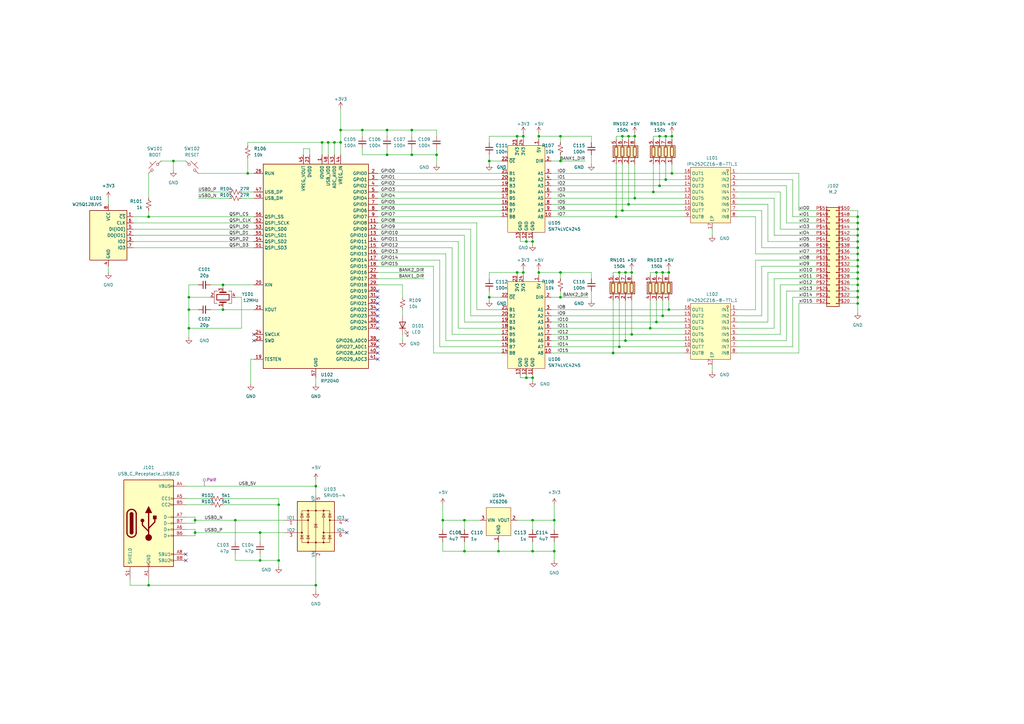
<source format=kicad_sch>
(kicad_sch (version 20230121) (generator eeschema)
  (paper "A3")
  (junction (at 214.63 55.88))
  (junction (at 190.5 213.36))
  (junction (at 139.7 58.42))
  (junction (at 134.62 58.42))
  (junction (at 227.33 226.06))
  (junction (at 60.96 240.03))
  (junction (at 351.79 119.38))
  (junction (at 351.79 101.6))
  (junction (at 256.54 111.76))
  (junction (at 200.66 66.04))
  (junction (at 254 142.24))
  (junction (at 190.5 226.06))
  (junction (at 351.79 99.06))
  (junction (at 351.79 124.46))
  (junction (at 351.79 121.92))
  (junction (at 91.44 127))
  (junction (at 351.79 111.76))
  (junction (at 273.05 73.66))
  (junction (at 80.01 213.36))
  (junction (at 257.81 83.82))
  (junction (at 229.87 111.76))
  (junction (at 212.09 111.76))
  (junction (at 269.24 132.08))
  (junction (at 269.24 111.76))
  (junction (at 259.08 137.16))
  (junction (at 77.47 127))
  (junction (at 106.68 229.87))
  (junction (at 114.3 229.87))
  (junction (at 260.35 55.88))
  (junction (at 260.35 81.28))
  (junction (at 271.78 129.54))
  (junction (at 129.54 199.39))
  (junction (at 351.79 116.84))
  (junction (at 274.32 127))
  (junction (at 351.79 91.44))
  (junction (at 114.3 207.01))
  (junction (at 218.44 226.06))
  (junction (at 274.32 111.76))
  (junction (at 200.66 121.92))
  (junction (at 270.51 76.2))
  (junction (at 220.98 55.88))
  (junction (at 275.59 55.88))
  (junction (at 218.44 99.06))
  (junction (at 266.7 134.62))
  (junction (at 204.47 226.06))
  (junction (at 271.78 111.76))
  (junction (at 129.54 240.03))
  (junction (at 181.61 213.36))
  (junction (at 212.09 55.88))
  (junction (at 229.87 66.04))
  (junction (at 60.96 88.9))
  (junction (at 179.07 63.5))
  (junction (at 351.79 114.3))
  (junction (at 351.79 104.14))
  (junction (at 255.27 55.88))
  (junction (at 255.27 86.36))
  (junction (at 132.08 58.42))
  (junction (at 101.6 71.12))
  (junction (at 229.87 121.92))
  (junction (at 267.97 78.74))
  (junction (at 257.81 55.88))
  (junction (at 259.08 111.76))
  (junction (at 214.63 111.76))
  (junction (at 215.9 99.06))
  (junction (at 215.9 154.94))
  (junction (at 351.79 106.68))
  (junction (at 168.91 53.34))
  (junction (at 218.44 154.94))
  (junction (at 96.52 213.36))
  (junction (at 148.59 53.34))
  (junction (at 71.12 66.04))
  (junction (at 106.68 218.44))
  (junction (at 229.87 55.88))
  (junction (at 80.01 218.44))
  (junction (at 351.79 96.52))
  (junction (at 351.79 109.22))
  (junction (at 254 111.76))
  (junction (at 270.51 55.88))
  (junction (at 218.44 213.36))
  (junction (at 251.46 144.78))
  (junction (at 256.54 139.7))
  (junction (at 227.33 213.36))
  (junction (at 158.75 63.5))
  (junction (at 351.79 88.9))
  (junction (at 220.98 111.76))
  (junction (at 168.91 63.5))
  (junction (at 77.47 121.92))
  (junction (at 275.59 71.12))
  (junction (at 351.79 93.98))
  (junction (at 158.75 53.34))
  (junction (at 139.7 53.34))
  (junction (at 91.44 116.84))
  (junction (at 137.16 58.42))
  (junction (at 273.05 55.88))
  (junction (at 77.47 134.62))
  (junction (at 252.73 88.9))
  (no_connect (at 154.94 127))
  (no_connect (at 154.94 134.62))
  (no_connect (at 154.94 121.92))
  (no_connect (at 154.94 132.08))
  (no_connect (at 154.94 119.38))
  (no_connect (at 142.24 218.44))
  (no_connect (at 142.24 213.36))
  (no_connect (at 104.14 137.16))
  (no_connect (at 154.94 124.46))
  (no_connect (at 76.2 227.33))
  (no_connect (at 154.94 144.78))
  (no_connect (at 154.94 129.54))
  (no_connect (at 104.14 139.7))
  (no_connect (at 154.94 147.32))
  (no_connect (at 154.94 142.24))
  (no_connect (at 76.2 229.87))
  (no_connect (at 154.94 139.7))
  (wire (pts (xy 271.78 123.19) (xy 271.78 129.54)))
  (wire (pts (xy 104.14 147.32) (xy 102.87 147.32)))
  (wire (pts (xy 257.81 67.31) (xy 257.81 83.82)))
  (wire (pts (xy 325.12 121.92) (xy 335.28 121.92)))
  (wire (pts (xy 91.44 116.84) (xy 91.44 118.11)))
  (wire (pts (xy 271.78 111.76) (xy 274.32 111.76)))
  (wire (pts (xy 190.5 132.08) (xy 205.74 132.08)))
  (wire (pts (xy 252.73 57.15) (xy 252.73 55.88)))
  (wire (pts (xy 80.01 219.71) (xy 76.2 219.71)))
  (wire (pts (xy 129.54 240.03) (xy 129.54 228.6)))
  (wire (pts (xy 114.3 204.47) (xy 114.3 207.01)))
  (wire (pts (xy 347.98 93.98) (xy 351.79 93.98)))
  (wire (pts (xy 270.51 55.88) (xy 273.05 55.88)))
  (wire (pts (xy 212.09 111.76) (xy 200.66 111.76)))
  (wire (pts (xy 154.94 81.28) (xy 205.74 81.28)))
  (wire (pts (xy 200.66 111.76) (xy 200.66 114.3)))
  (wire (pts (xy 106.68 227.33) (xy 106.68 229.87)))
  (wire (pts (xy 114.3 229.87) (xy 114.3 232.41)))
  (wire (pts (xy 226.06 66.04) (xy 229.87 66.04)))
  (wire (pts (xy 190.5 226.06) (xy 204.47 226.06)))
  (wire (pts (xy 154.94 88.9) (xy 205.74 88.9)))
  (wire (pts (xy 181.61 222.25) (xy 181.61 226.06)))
  (wire (pts (xy 154.94 104.14) (xy 182.88 104.14)))
  (wire (pts (xy 275.59 55.88) (xy 275.59 57.15)))
  (wire (pts (xy 76.2 199.39) (xy 129.54 199.39)))
  (wire (pts (xy 259.08 123.19) (xy 259.08 137.16)))
  (wire (pts (xy 213.36 154.94) (xy 215.9 154.94)))
  (wire (pts (xy 274.32 127) (xy 280.67 127)))
  (wire (pts (xy 317.5 81.28) (xy 317.5 96.52)))
  (wire (pts (xy 76.2 207.01) (xy 86.36 207.01)))
  (wire (pts (xy 129.54 240.03) (xy 129.54 242.57)))
  (wire (pts (xy 154.94 114.3) (xy 173.99 114.3)))
  (wire (pts (xy 302.26 83.82) (xy 314.96 83.82)))
  (wire (pts (xy 347.98 121.92) (xy 351.79 121.92)))
  (wire (pts (xy 254 142.24) (xy 280.67 142.24)))
  (wire (pts (xy 302.26 142.24) (xy 325.12 142.24)))
  (wire (pts (xy 54.61 99.06) (xy 104.14 99.06)))
  (wire (pts (xy 260.35 54.61) (xy 260.35 55.88)))
  (wire (pts (xy 114.3 207.01) (xy 114.3 229.87)))
  (wire (pts (xy 275.59 71.12) (xy 280.67 71.12)))
  (wire (pts (xy 347.98 116.84) (xy 351.79 116.84)))
  (wire (pts (xy 81.28 71.12) (xy 101.6 71.12)))
  (wire (pts (xy 158.75 53.34) (xy 158.75 55.88)))
  (wire (pts (xy 137.16 58.42) (xy 139.7 58.42)))
  (wire (pts (xy 309.88 88.9) (xy 309.88 104.14)))
  (wire (pts (xy 137.16 58.42) (xy 137.16 63.5)))
  (wire (pts (xy 77.47 116.84) (xy 77.47 121.92)))
  (wire (pts (xy 212.09 55.88) (xy 200.66 55.88)))
  (wire (pts (xy 158.75 60.96) (xy 158.75 63.5)))
  (wire (pts (xy 229.87 114.3) (xy 229.87 111.76)))
  (wire (pts (xy 227.33 226.06) (xy 227.33 229.87)))
  (wire (pts (xy 165.1 116.84) (xy 165.1 121.92)))
  (wire (pts (xy 101.6 58.42) (xy 132.08 58.42)))
  (wire (pts (xy 205.74 121.92) (xy 200.66 121.92)))
  (wire (pts (xy 213.36 153.67) (xy 213.36 154.94)))
  (wire (pts (xy 180.34 142.24) (xy 205.74 142.24)))
  (wire (pts (xy 266.7 113.03) (xy 266.7 111.76)))
  (wire (pts (xy 255.27 55.88) (xy 257.81 55.88)))
  (wire (pts (xy 96.52 229.87) (xy 106.68 229.87)))
  (wire (pts (xy 266.7 123.19) (xy 266.7 134.62)))
  (wire (pts (xy 80.01 214.63) (xy 76.2 214.63)))
  (wire (pts (xy 260.35 55.88) (xy 260.35 57.15)))
  (wire (pts (xy 309.88 106.68) (xy 335.28 106.68)))
  (wire (pts (xy 256.54 111.76) (xy 256.54 113.03)))
  (wire (pts (xy 187.96 99.06) (xy 187.96 134.62)))
  (wire (pts (xy 218.44 154.94) (xy 218.44 156.21)))
  (wire (pts (xy 271.78 129.54) (xy 280.67 129.54)))
  (wire (pts (xy 226.06 139.7) (xy 256.54 139.7)))
  (wire (pts (xy 91.44 127) (xy 91.44 125.73)))
  (wire (pts (xy 302.26 73.66) (xy 325.12 73.66)))
  (wire (pts (xy 227.33 222.25) (xy 227.33 226.06)))
  (wire (pts (xy 76.2 204.47) (xy 86.36 204.47)))
  (wire (pts (xy 165.1 127) (xy 165.1 129.54)))
  (wire (pts (xy 154.94 109.22) (xy 177.8 109.22)))
  (wire (pts (xy 154.94 106.68) (xy 180.34 106.68)))
  (wire (pts (xy 60.96 86.36) (xy 60.96 88.9)))
  (wire (pts (xy 257.81 55.88) (xy 260.35 55.88)))
  (wire (pts (xy 218.44 99.06) (xy 218.44 100.33)))
  (wire (pts (xy 218.44 222.25) (xy 218.44 226.06)))
  (wire (pts (xy 148.59 60.96) (xy 148.59 63.5)))
  (wire (pts (xy 347.98 91.44) (xy 351.79 91.44)))
  (wire (pts (xy 274.32 110.49) (xy 274.32 111.76)))
  (wire (pts (xy 252.73 55.88) (xy 255.27 55.88)))
  (wire (pts (xy 218.44 153.67) (xy 218.44 154.94)))
  (wire (pts (xy 229.87 66.04) (xy 229.87 63.5)))
  (wire (pts (xy 129.54 199.39) (xy 129.54 196.85)))
  (wire (pts (xy 80.01 218.44) (xy 106.68 218.44)))
  (wire (pts (xy 220.98 111.76) (xy 229.87 111.76)))
  (wire (pts (xy 325.12 88.9) (xy 335.28 88.9)))
  (wire (pts (xy 71.12 66.04) (xy 76.2 66.04)))
  (wire (pts (xy 327.66 71.12) (xy 327.66 86.36)))
  (wire (pts (xy 177.8 144.78) (xy 205.74 144.78)))
  (wire (pts (xy 154.94 91.44) (xy 195.58 91.44)))
  (wire (pts (xy 269.24 132.08) (xy 280.67 132.08)))
  (wire (pts (xy 302.26 76.2) (xy 322.58 76.2)))
  (wire (pts (xy 154.94 101.6) (xy 185.42 101.6)))
  (wire (pts (xy 327.66 144.78) (xy 327.66 124.46)))
  (wire (pts (xy 312.42 86.36) (xy 312.42 101.6)))
  (wire (pts (xy 190.5 213.36) (xy 190.5 217.17)))
  (wire (pts (xy 91.44 116.84) (xy 86.36 116.84)))
  (wire (pts (xy 127 60.96) (xy 127 63.5)))
  (wire (pts (xy 106.68 218.44) (xy 116.84 218.44)))
  (wire (pts (xy 124.46 63.5) (xy 124.46 60.96)))
  (wire (pts (xy 129.54 154.94) (xy 129.54 157.48)))
  (wire (pts (xy 267.97 55.88) (xy 270.51 55.88)))
  (wire (pts (xy 255.27 67.31) (xy 255.27 86.36)))
  (wire (pts (xy 271.78 111.76) (xy 271.78 113.03)))
  (wire (pts (xy 320.04 116.84) (xy 320.04 137.16)))
  (wire (pts (xy 53.34 237.49) (xy 53.34 240.03)))
  (wire (pts (xy 302.26 71.12) (xy 327.66 71.12)))
  (wire (pts (xy 351.79 109.22) (xy 351.79 111.76)))
  (wire (pts (xy 252.73 67.31) (xy 252.73 88.9)))
  (wire (pts (xy 227.33 207.01) (xy 227.33 213.36)))
  (wire (pts (xy 132.08 58.42) (xy 132.08 63.5)))
  (wire (pts (xy 351.79 96.52) (xy 351.79 99.06)))
  (wire (pts (xy 148.59 53.34) (xy 158.75 53.34)))
  (wire (pts (xy 81.28 78.74) (xy 93.98 78.74)))
  (wire (pts (xy 351.79 119.38) (xy 351.79 121.92)))
  (wire (pts (xy 179.07 63.5) (xy 179.07 67.31)))
  (wire (pts (xy 154.94 78.74) (xy 205.74 78.74)))
  (wire (pts (xy 347.98 104.14) (xy 351.79 104.14)))
  (wire (pts (xy 227.33 213.36) (xy 227.33 217.17)))
  (wire (pts (xy 302.26 78.74) (xy 320.04 78.74)))
  (wire (pts (xy 168.91 53.34) (xy 168.91 55.88)))
  (wire (pts (xy 351.79 88.9) (xy 351.79 91.44)))
  (wire (pts (xy 60.96 88.9) (xy 104.14 88.9)))
  (wire (pts (xy 204.47 222.25) (xy 204.47 226.06)))
  (wire (pts (xy 193.04 93.98) (xy 193.04 129.54)))
  (wire (pts (xy 260.35 81.28) (xy 280.67 81.28)))
  (wire (pts (xy 255.27 86.36) (xy 280.67 86.36)))
  (wire (pts (xy 99.06 81.28) (xy 104.14 81.28)))
  (wire (pts (xy 267.97 67.31) (xy 267.97 78.74)))
  (wire (pts (xy 99.06 134.62) (xy 77.47 134.62)))
  (wire (pts (xy 168.91 63.5) (xy 179.07 63.5)))
  (wire (pts (xy 351.79 91.44) (xy 351.79 93.98)))
  (wire (pts (xy 80.01 213.36) (xy 96.52 213.36)))
  (wire (pts (xy 132.08 58.42) (xy 134.62 58.42)))
  (wire (pts (xy 257.81 83.82) (xy 280.67 83.82)))
  (wire (pts (xy 60.96 71.12) (xy 60.96 81.28)))
  (wire (pts (xy 242.57 119.38) (xy 242.57 123.19)))
  (wire (pts (xy 200.66 63.5) (xy 200.66 66.04)))
  (wire (pts (xy 154.94 71.12) (xy 205.74 71.12)))
  (wire (pts (xy 154.94 96.52) (xy 190.5 96.52)))
  (wire (pts (xy 205.74 66.04) (xy 200.66 66.04)))
  (wire (pts (xy 101.6 71.12) (xy 101.6 64.77)))
  (wire (pts (xy 154.94 99.06) (xy 187.96 99.06)))
  (wire (pts (xy 325.12 121.92) (xy 325.12 142.24)))
  (wire (pts (xy 214.63 55.88) (xy 212.09 55.88)))
  (wire (pts (xy 252.73 88.9) (xy 280.67 88.9)))
  (wire (pts (xy 154.94 86.36) (xy 205.74 86.36)))
  (wire (pts (xy 86.36 127) (xy 91.44 127)))
  (wire (pts (xy 220.98 111.76) (xy 220.98 113.03)))
  (wire (pts (xy 314.96 111.76) (xy 335.28 111.76)))
  (wire (pts (xy 54.61 96.52) (xy 104.14 96.52)))
  (wire (pts (xy 177.8 144.78) (xy 177.8 109.22)))
  (wire (pts (xy 129.54 199.39) (xy 129.54 203.2)))
  (wire (pts (xy 302.26 134.62) (xy 317.5 134.62)))
  (wire (pts (xy 259.08 137.16) (xy 280.67 137.16)))
  (wire (pts (xy 101.6 59.69) (xy 101.6 58.42)))
  (wire (pts (xy 269.24 111.76) (xy 271.78 111.76)))
  (wire (pts (xy 77.47 127) (xy 77.47 134.62)))
  (wire (pts (xy 292.1 149.86) (xy 292.1 152.4)))
  (wire (pts (xy 81.28 81.28) (xy 93.98 81.28)))
  (wire (pts (xy 273.05 73.66) (xy 280.67 73.66)))
  (wire (pts (xy 139.7 53.34) (xy 148.59 53.34)))
  (wire (pts (xy 257.81 55.88) (xy 257.81 57.15)))
  (wire (pts (xy 148.59 63.5) (xy 158.75 63.5)))
  (wire (pts (xy 327.66 124.46) (xy 335.28 124.46)))
  (wire (pts (xy 77.47 134.62) (xy 77.47 138.43)))
  (wire (pts (xy 81.28 116.84) (xy 77.47 116.84)))
  (wire (pts (xy 86.36 121.92) (xy 77.47 121.92)))
  (wire (pts (xy 227.33 226.06) (xy 218.44 226.06)))
  (wire (pts (xy 220.98 110.49) (xy 220.98 111.76)))
  (wire (pts (xy 214.63 111.76) (xy 212.09 111.76)))
  (wire (pts (xy 99.06 121.92) (xy 99.06 134.62)))
  (wire (pts (xy 215.9 97.79) (xy 215.9 99.06)))
  (wire (pts (xy 302.26 132.08) (xy 314.96 132.08)))
  (wire (pts (xy 312.42 129.54) (xy 312.42 109.22)))
  (wire (pts (xy 302.26 139.7) (xy 322.58 139.7)))
  (wire (pts (xy 200.66 119.38) (xy 200.66 121.92)))
  (wire (pts (xy 218.44 97.79) (xy 218.44 99.06)))
  (wire (pts (xy 267.97 78.74) (xy 280.67 78.74)))
  (wire (pts (xy 200.66 66.04) (xy 200.66 67.31)))
  (wire (pts (xy 347.98 109.22) (xy 351.79 109.22)))
  (wire (pts (xy 54.61 88.9) (xy 60.96 88.9)))
  (wire (pts (xy 214.63 111.76) (xy 214.63 113.03)))
  (wire (pts (xy 195.58 127) (xy 205.74 127)))
  (wire (pts (xy 347.98 99.06) (xy 351.79 99.06)))
  (wire (pts (xy 158.75 63.5) (xy 168.91 63.5)))
  (wire (pts (xy 292.1 93.98) (xy 292.1 96.52)))
  (wire (pts (xy 226.06 88.9) (xy 252.73 88.9)))
  (wire (pts (xy 104.14 127) (xy 91.44 127)))
  (wire (pts (xy 256.54 123.19) (xy 256.54 139.7)))
  (wire (pts (xy 226.06 137.16) (xy 259.08 137.16)))
  (wire (pts (xy 91.44 204.47) (xy 114.3 204.47)))
  (wire (pts (xy 154.94 73.66) (xy 205.74 73.66)))
  (wire (pts (xy 322.58 76.2) (xy 322.58 91.44)))
  (wire (pts (xy 212.09 55.88) (xy 212.09 57.15)))
  (wire (pts (xy 185.42 101.6) (xy 185.42 137.16)))
  (wire (pts (xy 220.98 55.88) (xy 220.98 57.15)))
  (wire (pts (xy 226.06 76.2) (xy 270.51 76.2)))
  (wire (pts (xy 322.58 91.44) (xy 335.28 91.44)))
  (wire (pts (xy 251.46 144.78) (xy 280.67 144.78)))
  (wire (pts (xy 60.96 237.49) (xy 60.96 240.03)))
  (wire (pts (xy 190.5 222.25) (xy 190.5 226.06)))
  (wire (pts (xy 314.96 83.82) (xy 314.96 99.06)))
  (wire (pts (xy 158.75 53.34) (xy 168.91 53.34)))
  (wire (pts (xy 302.26 144.78) (xy 327.66 144.78)))
  (wire (pts (xy 269.24 123.19) (xy 269.24 132.08)))
  (wire (pts (xy 182.88 139.7) (xy 182.88 104.14)))
  (wire (pts (xy 347.98 86.36) (xy 351.79 86.36)))
  (wire (pts (xy 266.7 111.76) (xy 269.24 111.76)))
  (wire (pts (xy 347.98 88.9) (xy 351.79 88.9)))
  (wire (pts (xy 196.85 213.36) (xy 190.5 213.36)))
  (wire (pts (xy 226.06 121.92) (xy 229.87 121.92)))
  (wire (pts (xy 54.61 91.44) (xy 104.14 91.44)))
  (wire (pts (xy 134.62 58.42) (xy 134.62 63.5)))
  (wire (pts (xy 259.08 111.76) (xy 259.08 113.03)))
  (wire (pts (xy 254 111.76) (xy 256.54 111.76)))
  (wire (pts (xy 80.01 213.36) (xy 80.01 214.63)))
  (wire (pts (xy 139.7 44.45) (xy 139.7 53.34)))
  (wire (pts (xy 44.45 81.28) (xy 44.45 83.82)))
  (wire (pts (xy 226.06 83.82) (xy 257.81 83.82)))
  (wire (pts (xy 213.36 99.06) (xy 215.9 99.06)))
  (wire (pts (xy 302.26 137.16) (xy 320.04 137.16)))
  (wire (pts (xy 180.34 106.68) (xy 180.34 142.24)))
  (wire (pts (xy 134.62 58.42) (xy 137.16 58.42)))
  (wire (pts (xy 124.46 60.96) (xy 127 60.96)))
  (wire (pts (xy 71.12 66.04) (xy 71.12 69.85)))
  (wire (pts (xy 179.07 53.34) (xy 179.07 55.88)))
  (wire (pts (xy 275.59 54.61) (xy 275.59 55.88)))
  (wire (pts (xy 214.63 55.88) (xy 214.63 57.15)))
  (wire (pts (xy 218.44 213.36) (xy 227.33 213.36)))
  (wire (pts (xy 80.01 217.17) (xy 80.01 218.44)))
  (wire (pts (xy 96.52 213.36) (xy 116.84 213.36)))
  (wire (pts (xy 106.68 229.87) (xy 114.3 229.87)))
  (wire (pts (xy 106.68 218.44) (xy 106.68 222.25)))
  (wire (pts (xy 270.51 76.2) (xy 280.67 76.2)))
  (wire (pts (xy 226.06 144.78) (xy 251.46 144.78)))
  (wire (pts (xy 96.52 227.33) (xy 96.52 229.87)))
  (wire (pts (xy 44.45 109.22) (xy 44.45 111.76)))
  (wire (pts (xy 139.7 58.42) (xy 139.7 63.5)))
  (wire (pts (xy 215.9 99.06) (xy 218.44 99.06)))
  (wire (pts (xy 302.26 127) (xy 309.88 127)))
  (wire (pts (xy 309.88 106.68) (xy 309.88 127)))
  (wire (pts (xy 267.97 57.15) (xy 267.97 55.88)))
  (wire (pts (xy 76.2 212.09) (xy 80.01 212.09)))
  (wire (pts (xy 317.5 96.52) (xy 335.28 96.52)))
  (wire (pts (xy 181.61 213.36) (xy 181.61 217.17)))
  (wire (pts (xy 165.1 137.16) (xy 165.1 139.7)))
  (wire (pts (xy 251.46 111.76) (xy 254 111.76)))
  (wire (pts (xy 260.35 67.31) (xy 260.35 81.28)))
  (wire (pts (xy 351.79 121.92) (xy 351.79 124.46)))
  (wire (pts (xy 229.87 121.92) (xy 229.87 119.38)))
  (wire (pts (xy 351.79 111.76) (xy 351.79 114.3)))
  (wire (pts (xy 273.05 55.88) (xy 275.59 55.88)))
  (wire (pts (xy 102.87 147.32) (xy 102.87 157.48)))
  (wire (pts (xy 269.24 111.76) (xy 269.24 113.03)))
  (wire (pts (xy 226.06 78.74) (xy 267.97 78.74)))
  (wire (pts (xy 312.42 101.6) (xy 335.28 101.6)))
  (wire (pts (xy 351.79 114.3) (xy 351.79 116.84)))
  (wire (pts (xy 154.94 83.82) (xy 205.74 83.82)))
  (wire (pts (xy 302.26 81.28) (xy 317.5 81.28)))
  (wire (pts (xy 220.98 55.88) (xy 229.87 55.88)))
  (wire (pts (xy 314.96 111.76) (xy 314.96 132.08)))
  (wire (pts (xy 179.07 60.96) (xy 179.07 63.5)))
  (wire (pts (xy 256.54 139.7) (xy 280.67 139.7)))
  (wire (pts (xy 215.9 154.94) (xy 218.44 154.94)))
  (wire (pts (xy 351.79 124.46) (xy 351.79 128.27)))
  (wire (pts (xy 226.06 127) (xy 274.32 127)))
  (wire (pts (xy 181.61 207.01) (xy 181.61 213.36)))
  (wire (pts (xy 254 111.76) (xy 254 113.03)))
  (wire (pts (xy 190.5 96.52) (xy 190.5 132.08)))
  (wire (pts (xy 251.46 113.03) (xy 251.46 111.76)))
  (wire (pts (xy 154.94 76.2) (xy 205.74 76.2)))
  (wire (pts (xy 154.94 111.76) (xy 173.99 111.76)))
  (wire (pts (xy 185.42 137.16) (xy 205.74 137.16)))
  (wire (pts (xy 347.98 101.6) (xy 351.79 101.6)))
  (wire (pts (xy 251.46 123.19) (xy 251.46 144.78)))
  (wire (pts (xy 347.98 106.68) (xy 351.79 106.68)))
  (wire (pts (xy 322.58 139.7) (xy 322.58 119.38)))
  (wire (pts (xy 215.9 153.67) (xy 215.9 154.94)))
  (wire (pts (xy 242.57 111.76) (xy 229.87 111.76)))
  (wire (pts (xy 76.2 217.17) (xy 80.01 217.17)))
  (wire (pts (xy 351.79 101.6) (xy 351.79 104.14)))
  (wire (pts (xy 242.57 63.5) (xy 242.57 67.31)))
  (wire (pts (xy 195.58 91.44) (xy 195.58 127)))
  (wire (pts (xy 351.79 86.36) (xy 351.79 88.9)))
  (wire (pts (xy 104.14 71.12) (xy 101.6 71.12)))
  (wire (pts (xy 314.96 99.06) (xy 335.28 99.06)))
  (wire (pts (xy 168.91 60.96) (xy 168.91 63.5)))
  (wire (pts (xy 226.06 71.12) (xy 275.59 71.12)))
  (wire (pts (xy 347.98 111.76) (xy 351.79 111.76)))
  (wire (pts (xy 351.79 99.06) (xy 351.79 101.6)))
  (wire (pts (xy 54.61 93.98) (xy 104.14 93.98)))
  (wire (pts (xy 54.61 101.6) (xy 104.14 101.6)))
  (wire (pts (xy 274.32 111.76) (xy 274.32 113.03)))
  (wire (pts (xy 154.94 116.84) (xy 165.1 116.84)))
  (wire (pts (xy 320.04 116.84) (xy 335.28 116.84)))
  (wire (pts (xy 154.94 93.98) (xy 193.04 93.98)))
  (wire (pts (xy 226.06 81.28) (xy 260.35 81.28)))
  (wire (pts (xy 320.04 78.74) (xy 320.04 93.98)))
  (wire (pts (xy 200.66 55.88) (xy 200.66 58.42)))
  (wire (pts (xy 302.26 86.36) (xy 312.42 86.36)))
  (wire (pts (xy 213.36 97.79) (xy 213.36 99.06)))
  (wire (pts (xy 270.51 55.88) (xy 270.51 57.15)))
  (wire (pts (xy 351.79 93.98) (xy 351.79 96.52)))
  (wire (pts (xy 212.09 213.36) (xy 218.44 213.36)))
  (wire (pts (xy 168.91 53.34) (xy 179.07 53.34)))
  (wire (pts (xy 347.98 114.3) (xy 351.79 114.3)))
  (wire (pts (xy 309.88 104.14) (xy 335.28 104.14)))
  (wire (pts (xy 317.5 114.3) (xy 335.28 114.3)))
  (wire (pts (xy 220.98 54.61) (xy 220.98 55.88)))
  (wire (pts (xy 96.52 213.36) (xy 96.52 222.25)))
  (wire (pts (xy 91.44 207.01) (xy 114.3 207.01)))
  (wire (pts (xy 148.59 53.34) (xy 148.59 55.88)))
  (wire (pts (xy 273.05 67.31) (xy 273.05 73.66)))
  (wire (pts (xy 347.98 124.46) (xy 351.79 124.46)))
  (wire (pts (xy 347.98 96.52) (xy 351.79 96.52)))
  (wire (pts (xy 270.51 67.31) (xy 270.51 76.2)))
  (wire (pts (xy 302.26 129.54) (xy 312.42 129.54)))
  (wire (pts (xy 214.63 54.61) (xy 214.63 55.88)))
  (wire (pts (xy 77.47 127) (xy 81.28 127)))
  (wire (pts (xy 204.47 226.06) (xy 218.44 226.06)))
  (wire (pts (xy 320.04 93.98) (xy 335.28 93.98)))
  (wire (pts (xy 226.06 86.36) (xy 255.27 86.36)))
  (wire (pts (xy 193.04 129.54) (xy 205.74 129.54)))
  (wire (pts (xy 275.59 67.31) (xy 275.59 71.12)))
  (wire (pts (xy 53.34 240.03) (xy 60.96 240.03)))
  (wire (pts (xy 327.66 86.36) (xy 335.28 86.36)))
  (wire (pts (xy 274.32 123.19) (xy 274.32 127)))
  (wire (pts (xy 317.5 134.62) (xy 317.5 114.3)))
  (wire (pts (xy 351.79 104.14) (xy 351.79 106.68)))
  (wire (pts (xy 99.06 78.74) (xy 104.14 78.74)))
  (wire (pts (xy 66.04 66.04) (xy 71.12 66.04)))
  (wire (pts (xy 255.27 55.88) (xy 255.27 57.15)))
  (wire (pts (xy 241.3 121.92) (xy 229.87 121.92)))
  (wire (pts (xy 226.06 73.66) (xy 273.05 73.66)))
  (wire (pts (xy 266.7 134.62) (xy 280.67 134.62)))
  (wire (pts (xy 259.08 110.49) (xy 259.08 111.76)))
  (wire (pts (xy 226.06 129.54) (xy 271.78 129.54)))
  (wire (pts (xy 226.06 134.62) (xy 266.7 134.62)))
  (wire (pts (xy 351.79 116.84) (xy 351.79 119.38)))
  (wire (pts (xy 212.09 111.76) (xy 212.09 113.03)))
  (wire (pts (xy 302.26 88.9) (xy 309.88 88.9)))
  (wire (pts (xy 325.12 73.66) (xy 325.12 88.9)))
  (wire (pts (xy 242.57 111.76) (xy 242.57 114.3)))
  (wire (pts (xy 229.87 58.42) (xy 229.87 55.88)))
  (wire (pts (xy 226.06 132.08) (xy 269.24 132.08)))
  (wire (pts (xy 218.44 213.36) (xy 218.44 217.17)))
  (wire (pts (xy 312.42 109.22) (xy 335.28 109.22)))
  (wire (pts (xy 80.01 218.44) (xy 80.01 219.71)))
  (wire (pts (xy 139.7 53.34) (xy 139.7 58.42)))
  (wire (pts (xy 273.05 55.88) (xy 273.05 57.15)))
  (wire (pts (xy 182.88 139.7) (xy 205.74 139.7)))
  (wire (pts (xy 190.5 213.36) (xy 181.61 213.36)))
  (wire (pts (xy 77.47 121.92) (xy 77.47 127)))
  (wire (pts (xy 229.87 66.04) (xy 240.03 66.04)))
  (wire (pts (xy 347.98 119.38) (xy 351.79 119.38)))
  (wire (pts (xy 322.58 119.38) (xy 335.28 119.38)))
  (wire (pts (xy 200.66 121.92) (xy 200.66 123.19)))
  (wire (pts (xy 187.96 134.62) (xy 205.74 134.62)))
  (wire (pts (xy 181.61 226.06) (xy 190.5 226.06)))
  (wire (pts (xy 242.57 55.88) (xy 242.57 58.42)))
  (wire (pts (xy 96.52 121.92) (xy 99.06 121.92)))
  (wire (pts (xy 226.06 142.24) (xy 254 142.24)))
  (wire (pts (xy 104.14 116.84) (xy 91.44 116.84)))
  (wire (pts (xy 242.57 55.88) (xy 229.87 55.88)))
  (wire (pts (xy 80.01 212.09) (xy 80.01 213.36)))
  (wire (pts (xy 254 123.19) (xy 254 142.24)))
  (wire (pts (xy 214.63 110.49) (xy 214.63 111.76)))
  (wire (pts (xy 256.54 111.76) (xy 259.08 111.76)))
  (wire (pts (xy 60.96 240.03) (xy 129.54 240.03)))
  (wire (pts (xy 351.79 106.68) (xy 351.79 109.22)))
  (label "QSPI_D1" (at 93.98 96.52 0))
  (label "xIO8" (at 327.66 106.68 0))
  (label "BANK1_DIR" (at 240.03 66.04 180))
  (label "USBD_N" (at 81.28 81.28 0))
  (label "GPIO10" (at 156.21 96.52 0))
  (label "GPIO12" (at 156.21 101.6 0))
  (label "xIO3" (at 327.66 93.98 0))
  (label "xIO6" (at 327.66 101.6 0))
  (label "IO13" (at 228.6 139.7 0))
  (label "xIO0" (at 327.66 86.36 0))
  (label "GPIO5" (at 156.21 83.82 0))
  (label "GPIO11" (at 156.21 99.06 0))
  (label "xIO11" (at 327.66 114.3 0))
  (label "IO14" (at 228.6 142.24 0))
  (label "USBD_P" (at 83.82 218.44 0))
  (label "QSPI_CS" (at 93.98 88.9 0))
  (label "GPIO6" (at 156.21 86.36 0))
  (label "GPIO14" (at 156.21 106.68 0))
  (label "BANK1_DIR" (at 173.99 114.3 180))
  (label "xIO13" (at 327.66 119.38 0))
  (label "IO12" (at 228.6 137.16 0))
  (label "QSPI_CLK" (at 93.98 91.44 0))
  (label "GPIO9" (at 156.21 93.98 0))
  (label "xIO12" (at 327.66 116.84 0))
  (label "xIO14" (at 327.66 121.92 0))
  (label "IO2" (at 228.6 76.2 0))
  (label "xIO1" (at 327.66 88.9 0))
  (label "GPIO4" (at 156.21 81.28 0))
  (label "IO3" (at 228.6 78.74 0))
  (label "GPIO0" (at 156.21 71.12 0))
  (label "IO0" (at 228.6 71.12 0))
  (label "xIO15" (at 327.66 124.46 0))
  (label "IO7" (at 228.6 88.9 0))
  (label "USBD_N" (at 83.82 213.36 0))
  (label "GPIO1" (at 156.21 73.66 0))
  (label "xIO10" (at 327.66 111.76 0))
  (label "GPIO15" (at 156.21 109.22 0))
  (label "xIO5" (at 327.66 99.06 0))
  (label "BANK2_DIR" (at 241.3 121.92 180))
  (label "QSPI_D0" (at 93.98 93.98 0))
  (label "IO6" (at 228.6 86.36 0))
  (label "xIO9" (at 327.66 109.22 0))
  (label "GPIO8" (at 156.21 91.44 0))
  (label "IO1" (at 228.6 73.66 0))
  (label "IO11" (at 228.6 134.62 0))
  (label "BANK2_DIR" (at 173.99 111.76 180))
  (label "GPIO13" (at 156.21 104.14 0))
  (label "IO10" (at 228.6 132.08 0))
  (label "QSPI_D2" (at 93.98 99.06 0))
  (label "QSPI_D3" (at 93.98 101.6 0))
  (label "IO4" (at 228.6 81.28 0))
  (label "IO9" (at 228.6 129.54 0))
  (label "IO8" (at 228.6 127 0))
  (label "GPIO3" (at 156.21 78.74 0))
  (label "USB_5V" (at 97.79 199.39 0))
  (label "IO15" (at 228.6 144.78 0))
  (label "xIO7" (at 327.66 104.14 0))
  (label "GPIO2" (at 156.21 76.2 0))
  (label "xIO4" (at 327.66 96.52 0))
  (label "USBD_P" (at 81.28 78.74 0))
  (label "xIO2" (at 327.66 91.44 0))
  (label "GPIO7" (at 156.21 88.9 0))
  (label "IO5" (at 228.6 83.82 0))
  (netclass_flag "" (length 2.54) (shape round) (at 83.82 199.39 0) (property "Netclass" "PWR" (at 84.5185 196.85 0) (effects (font italic) (justify left))))
  (symbol (lib_id "Device:LED") (at 165.1 133.35 90) (unit 1)
    (property "Reference" "D101" (at 168.91 133.6675 90) (effects (justify right)))
    (property "Value" "LED" (at 168.91 136.2075 90) (effects (justify right)))
    (property "Footprint" "Diode_SMD:D_0603_1608Metric" (effects hide))
  )
  (symbol (lib_id "Device:C_Small") (at 242.57 60.96 0) (mirror y) (unit 1)
    (property "Reference" "C115" (at 240.03 59.6963 0) (effects (justify left)))
    (property "Value" "100n" (at 240.03 62.2363 0) (effects (justify left)))
    (property "Footprint" "Capacitor_SMD:C_0402_1005Metric" (effects hide))
  )
  (symbol (lib_id "power:GND") (at 71.12 69.85 0) (unit 1)
    (property "Reference" "#PWR0103" (effects hide))
    (property "Value" "GND" (at 71.12 74.93 0))
  )
  (symbol (lib_id "power:GND") (at 114.3 232.41 0) (mirror y) (unit 1)
    (property "Reference" "#PWR0106" (effects hide))
    (property "Value" "GND" (at 109.22 233.68 0))
  )
  (symbol (lib_id "Device:C_Small") (at 148.59 58.42 0) (mirror y) (unit 1)
    (property "Reference" "C105" (at 146.05 57.1563 0) (effects (justify left)))
    (property "Value" "100n" (at 146.05 59.6963 0) (effects (justify left)))
    (property "Footprint" "Capacitor_SMD:C_0402_1005Metric" (effects hide))
  )
  (symbol (lib_id "power:+5V") (at 274.32 110.49 0) (unit 1)
    (property "Reference" "#PWR0127" (effects hide))
    (property "Value" "+5V" (at 274.32 106.68 0))
  )
  (symbol (lib_id "power:+5V") (at 129.54 196.85 0) (unit 1)
    (property "Reference" "#PWR0108" (effects hide))
    (property "Value" "+5V" (at 129.54 191.77 0))
  )
  (symbol (lib_id "Device:R_Small_US") (at 88.9 207.01 90) (unit 1)
    (property "Reference" "R103" (at 85.09 205.74 90))
    (property "Value" "5k1" (at 92.71 205.74 90))
    (property "Footprint" "Resistor_SMD:R_0402_1005Metric" (effects hide))
  )
  (symbol (lib_id "Device:C_Small") (at 218.44 219.71 0) (unit 1)
    (property "Reference" "C113" (at 215.9 218.4463 0) (effects (justify right)))
    (property "Value" "1u" (at 215.9 220.9863 0) (effects (justify right)))
    (property "Footprint" "Capacitor_SMD:C_0402_1005Metric" (effects hide))
  )
  (symbol (lib_id "Device:C_Small") (at 179.07 58.42 0) (mirror y) (unit 1)
    (property "Reference" "C109" (at 176.53 57.1563 0) (effects (justify left)))
    (property "Value" "100n" (at 176.53 59.6963 0) (effects (justify left)))
    (property "Footprint" "Capacitor_SMD:C_0402_1005Metric" (effects hide))
  )
  (symbol (lib_id "MCU_RaspberryPi:RP2040") (at 129.54 109.22 0) (unit 1)
    (property "Reference" "U102" (at 131.4959 153.67 0) (effects (justify left)))
    (property "Value" "RP2040" (at 131.4959 156.21 0) (effects (justify left)))
    (property "Footprint" "Package_DFN_QFN:QFN-56-1EP_7x7mm_P0.4mm_EP3.2x3.2mm" (effects hide))
    (property "Datasheet" "https://datasheets.raspberrypi.com/rp2040/rp2040-datasheet.pdf" (effects hide))
  )
  (symbol (lib_id "power:+3V3") (at 227.33 207.01 0) (unit 1)
    (property "Reference" "#PWR0117" (effects hide))
    (property "Value" "+3V3" (at 227.33 201.93 0))
  )
  (symbol (lib_id "matei:SN74LVC4245A") (at 215.9 77.47 0) (mirror y) (unit 1)
    (property "Reference" "U105" (at 224.79 91.44 0) (effects (justify right)))
    (property "Value" "SN74LVC4245" (at 224.79 93.98 0) (effects (justify right)))
    (property "Footprint" "Package_SO:TSSOP-24_4.4x7.8mm_P0.65mm" (effects hide))
    (property "Datasheet" "https://datasheet.lcsc.com/lcsc/1809192324_Texas-Instruments-SN74LVC4245APWR_C7859.pdf" (effects hide))
  )
  (symbol (lib_id "power:GND") (at 227.33 229.87 0) (unit 1)
    (property "Reference" "#PWR0118" (effects hide))
    (property "Value" "GND" (at 227.33 234.95 0))
  )
  (symbol (lib_id "power:+5V") (at 181.61 207.01 0) (unit 1)
    (property "Reference" "#PWR0111" (effects hide))
    (property "Value" "+5V" (at 181.61 201.93 0))
  )
  (symbol (lib_id "Device:C_Small") (at 181.61 219.71 0) (mirror y) (unit 1)
    (property "Reference" "C108" (at 184.15 218.4463 0) (effects (justify right)))
    (property "Value" "4u7" (at 184.15 220.9863 0) (effects (justify right)))
    (property "Footprint" "Capacitor_SMD:C_0402_1005Metric" (effects hide))
  )
  (symbol (lib_id "Device:C_Small") (at 200.66 116.84 0) (unit 1)
    (property "Reference" "C112" (at 203.2 115.5763 0) (effects (justify left)))
    (property "Value" "100n" (at 203.2 118.1163 0) (effects (justify left)))
    (property "Footprint" "Capacitor_SMD:C_0402_1005Metric" (effects hide))
  )
  (symbol (lib_id "matei:XC6206") (at 204.47 213.36 0) (unit 1)
    (property "Reference" "U104" (at 204.47 203.2 0))
    (property "Value" "XC6206" (at 204.47 205.74 0))
    (property "Footprint" "Package_TO_SOT_SMD:SOT-23" (effects hide))
    (property "Datasheet" "https://datasheet.lcsc.com/lcsc/1809201513_Torex-Semicon-XC6206P332MR_C5446.pdf" (effects hide))
  )
  (symbol (lib_id "power:GND") (at 200.66 67.31 0) (mirror y) (unit 1)
    (property "Reference" "#PWR0113" (effects hide))
    (property "Value" "GND" (at 205.74 68.58 0))
  )
  (symbol (lib_id "power:+5V") (at 275.59 54.61 0) (unit 1)
    (property "Reference" "#PWR0128" (effects hide))
    (property "Value" "+5V" (at 275.59 50.8 0))
  )
  (symbol (lib_id "power:GND") (at 242.57 123.19 0) (unit 1)
    (property "Reference" "#PWR0124" (effects hide))
    (property "Value" "GND" (at 237.49 124.46 0))
  )
  (symbol (lib_id "power:GND") (at 242.57 67.31 0) (unit 1)
    (property "Reference" "#PWR0123" (effects hide))
    (property "Value" "GND" (at 237.49 68.58 0))
  )
  (symbol (lib_id "Device:C_Small") (at 83.82 127 90) (mirror x) (unit 1)
    (property "Reference" "C102" (at 83.8137 130.81 90))
    (property "Value" "20p" (at 83.8137 133.35 90))
    (property "Footprint" "Capacitor_SMD:C_0402_1005Metric" (effects hide))
  )
  (symbol (lib_id "Memory_Flash:W25Q128JVS") (at 44.45 96.52 0) (mirror y) (unit 1)
    (property "Reference" "U101" (at 41.91 81.28 0) (effects (justify left)))
    (property "Value" "W25Q128JVS" (at 41.91 83.82 0) (effects (justify left)))
    (property "Footprint" "Package_SO:SOIC-8W_5.3x5.3mm_P1.27mm" (effects hide))
    (property "Datasheet" "http://www.winbond.com/resource-files/w25q128jv_dtr%20revc%2003272018%20plus.pdf" (effects hide))
  )
  (symbol (lib_id "Device:R_Pack04") (at 255.27 62.23 0) (mirror y) (unit 1)
    (property "Reference" "RN102" (at 257.81 50.8 0) (effects (justify left)))
    (property "Value" "150k" (at 257.81 53.34 0) (effects (justify left)))
    (property "Footprint" "Resistor_SMD:R_Array_Concave_4x0402" (effects hide))
  )
  (symbol (lib_id "Device:R_Small_US") (at 229.87 60.96 0) (mirror y) (unit 1)
    (property "Reference" "R107" (at 227.33 59.69 0) (effects (justify left)))
    (property "Value" "10k" (at 227.33 62.23 0) (effects (justify left)))
    (property "Footprint" "Resistor_SMD:R_0402_1005Metric" (effects hide))
  )
  (symbol (lib_id "easyeda2kicad:IP4252CZ16-8-TTL,1") (at 292.1 80.01 0) (mirror y) (unit 1)
    (property "Reference" "L101" (at 292.1 64.77 0))
    (property "Value" "IP4252CZ16-8-TTL,1" (at 292.1 67.31 0))
    (property "Footprint" "easyeda2kicad:UDFN-16_L3.3-W1.4-P0.40-BL-EP" (effects hide))
    (property "LCSC Part" "C458218" (effects hide))
  )
  (symbol (lib_id "Device:R_Small_US") (at 165.1 124.46 0) (unit 1)
    (property "Reference" "R109" (at 167.64 123.19 0) (effects (justify left)))
    (property "Value" "10k" (at 167.64 125.73 0) (effects (justify left)))
    (property "Footprint" "Resistor_SMD:R_0402_1005Metric" (effects hide))
  )
  (symbol (lib_id "power:GND") (at 129.54 157.48 0) (mirror y) (unit 1)
    (property "Reference" "#PWR0107" (effects hide))
    (property "Value" "GND" (at 129.54 162.56 0))
  )
  (symbol (lib_id "power:GND") (at 179.07 67.31 0) (unit 1)
    (property "Reference" "#PWR0112" (effects hide))
    (property "Value" "GND" (at 173.99 68.58 0))
  )
  (symbol (lib_id "power:GND") (at 200.66 123.19 0) (mirror y) (unit 1)
    (property "Reference" "#PWR0114" (effects hide))
    (property "Value" "GND" (at 205.74 124.46 0))
  )
  (symbol (lib_id "Device:C_Small") (at 227.33 219.71 0) (unit 1)
    (property "Reference" "C114" (at 224.79 218.4463 0) (effects (justify right)))
    (property "Value" "4u7" (at 224.79 220.9863 0) (effects (justify right)))
    (property "Footprint" "Capacitor_SMD:C_0402_1005Metric" (effects hide))
  )
  (symbol (lib_id "Connector_Generic:Conn_02x16_Top_Bottom") (at 342.9 106.68 180) (unit 1)
    (property "Reference" "J102" (at 341.63 76.2 0))
    (property "Value" "M.2" (at 341.63 78.74 0))
    (property "Footprint" "matei:M.2-B-KEY" (effects hide))
  )
  (symbol (lib_id "Device:C_Small") (at 200.66 60.96 0) (unit 1)
    (property "Reference" "C111" (at 203.2 59.6963 0) (effects (justify left)))
    (property "Value" "100n" (at 203.2 62.2363 0) (effects (justify left)))
    (property "Footprint" "Capacitor_SMD:C_0402_1005Metric" (effects hide))
  )
  (symbol (lib_id "power:+5V") (at 220.98 110.49 0) (unit 1)
    (property "Reference" "#PWR0122" (effects hide))
    (property "Value" "+5V" (at 220.98 106.68 0))
  )
  (symbol (lib_id "Device:R_Pack04") (at 270.51 62.23 0) (mirror y) (unit 1)
    (property "Reference" "RN104" (at 273.05 50.8 0) (effects (justify left)))
    (property "Value" "150k" (at 273.05 53.34 0) (effects (justify left)))
    (property "Footprint" "Resistor_SMD:R_Array_Concave_4x0402" (effects hide))
  )
  (symbol (lib_id "Device:C_Small") (at 158.75 58.42 0) (mirror y) (unit 1)
    (property "Reference" "C106" (at 156.21 57.1563 0) (effects (justify left)))
    (property "Value" "100n" (at 156.21 59.6963 0) (effects (justify left)))
    (property "Footprint" "Capacitor_SMD:C_0402_1005Metric" (effects hide))
  )
  (symbol (lib_id "power:+5V") (at 260.35 54.61 0) (unit 1)
    (property "Reference" "#PWR0126" (effects hide))
    (property "Value" "+5V" (at 260.35 50.8 0))
  )
  (symbol (lib_id "power:+3V3") (at 44.45 81.28 0) (unit 1)
    (property "Reference" "#PWR0101" (effects hide))
    (property "Value" "+3V3" (at 44.45 76.2 0))
  )
  (symbol (lib_id "Device:C_Small") (at 96.52 224.79 0) (unit 1)
    (property "Reference" "C103" (at 93.98 223.5263 0) (effects (justify right)))
    (property "Value" "47p" (at 93.98 226.0663 0) (effects (justify right)))
    (property "Footprint" "Capacitor_SMD:C_0402_1005Metric" (effects hide))
  )
  (symbol (lib_id "Device:C_Small") (at 168.91 58.42 0) (mirror y) (unit 1)
    (property "Reference" "C107" (at 166.37 57.1563 0) (effects (justify left)))
    (property "Value" "100n" (at 166.37 59.6963 0) (effects (justify left)))
    (property "Footprint" "Capacitor_SMD:C_0402_1005Metric" (effects hide))
  )
  (symbol (lib_id "Switch:SW_Push_45deg") (at 78.74 68.58 0) (unit 1)
    (property "Reference" "SW102" (at 78.74 60.96 0))
    (property "Value" "RESET" (at 78.74 63.5 0))
    (property "Footprint" "matei:TS-1187A-B-A-B" (effects hide))
  )
  (symbol (lib_id "power:GND") (at 44.45 111.76 0) (unit 1)
    (property "Reference" "#PWR0102" (effects hide))
    (property "Value" "GND" (at 44.45 116.84 0))
  )
  (symbol (lib_id "Device:C_Small") (at 242.57 116.84 0) (mirror y) (unit 1)
    (property "Reference" "C116" (at 240.03 115.5763 0) (effects (justify left)))
    (property "Value" "100n" (at 240.03 118.1163 0) (effects (justify left)))
    (property "Footprint" "Capacitor_SMD:C_0402_1005Metric" (effects hide))
  )
  (symbol (lib_id "power:GND") (at 218.44 100.33 0) (mirror y) (unit 1)
    (property "Reference" "#PWR0119" (effects hide))
    (property "Value" "GND" (at 214.63 101.6 0))
  )
  (symbol (lib_id "power:GND") (at 218.44 156.21 0) (mirror y) (unit 1)
    (property "Reference" "#PWR0120" (effects hide))
    (property "Value" "GND" (at 223.52 157.48 0))
  )
  (symbol (lib_id "Device:C_Small") (at 106.68 224.79 0) (unit 1)
    (property "Reference" "C104" (at 104.14 223.5263 0) (effects (justify right)))
    (property "Value" "47p" (at 104.14 226.0663 0) (effects (justify right)))
    (property "Footprint" "Capacitor_SMD:C_0402_1005Metric" (effects hide))
  )
  (symbol (lib_id "power:+3V3") (at 214.63 110.49 0) (unit 1)
    (property "Reference" "#PWR0116" (effects hide))
    (property "Value" "+3V3" (at 214.63 106.68 0))
  )
  (symbol (lib_id "matei:SN74LVC4245A") (at 215.9 133.35 0) (mirror y) (unit 1)
    (property "Reference" "U106" (at 224.79 147.32 0) (effects (justify right)))
    (property "Value" "SN74LVC4245" (at 224.79 149.86 0) (effects (justify right)))
    (property "Footprint" "Package_SO:TSSOP-24_4.4x7.8mm_P0.65mm" (effects hide))
    (property "Datasheet" "https://datasheet.lcsc.com/lcsc/1809192324_Texas-Instruments-SN74LVC4245APWR_C7859.pdf" (effects hide))
  )
  (symbol (lib_id "Device:R_Small_US") (at 96.52 78.74 90) (unit 1)
    (property "Reference" "R104" (at 92.71 77.47 90))
    (property "Value" "27R" (at 100.33 77.47 90))
    (property "Footprint" "Resistor_SMD:R_0402_1005Metric" (effects hide))
  )
  (symbol (lib_id "power:GND") (at 102.87 157.48 0) (unit 1)
    (property "Reference" "#PWR0105" (effects hide))
    (property "Value" "GND" (at 102.87 162.56 0))
  )
  (symbol (lib_id "Connector:USB_C_Receptacle_USB2.0") (at 60.96 214.63 0) (unit 1)
    (property "Reference" "J101" (at 60.96 191.77 0))
    (property "Value" "USB_C_Receptacle_USB2.0" (at 60.96 194.31 0))
    (property "Footprint" "Connector_USB:USB_C_Receptacle_HRO_TYPE-C-31-M-12" (effects hide))
    (property "Datasheet" "https://www.usb.org/sites/default/files/documents/usb_type-c.zip" (effects hide))
  )
  (symbol (lib_id "power:+5V") (at 220.98 54.61 0) (unit 1)
    (property "Reference" "#PWR0121" (effects hide))
    (property "Value" "+5V" (at 220.98 50.8 0))
  )
  (symbol (lib_id "power:+3V3") (at 139.7 44.45 0) (unit 1)
    (property "Reference" "#PWR0110" (effects hide))
    (property "Value" "+3V3" (at 139.7 40.64 0))
  )
  (symbol (lib_id "Device:C_Small") (at 83.82 116.84 90) (unit 1)
    (property "Reference" "C101" (at 83.8263 110.49 90))
    (property "Value" "20p" (at 83.8263 113.03 90))
    (property "Footprint" "Capacitor_SMD:C_0402_1005Metric" (effects hide))
  )
  (symbol (lib_id "Device:R_Small_US") (at 96.52 81.28 90) (unit 1)
    (property "Reference" "R105" (at 92.71 80.01 90))
    (property "Value" "27R" (at 100.33 80.01 90))
    (property "Footprint" "Resistor_SMD:R_0402_1005Metric" (effects hide))
  )
  (symbol (lib_id "Device:R_Small_US") (at 229.87 116.84 0) (mirror y) (unit 1)
    (property "Reference" "R108" (at 227.33 115.57 0) (effects (justify left)))
    (property "Value" "10k" (at 227.33 118.11 0) (effects (justify left)))
    (property "Footprint" "Resistor_SMD:R_0402_1005Metric" (effects hide))
  )
  (symbol (lib_id "Device:Crystal_GND24") (at 91.44 121.92 90) (unit 1)
    (property "Reference" "Y101" (at 101.6 120.65 90))
    (property "Value" "12MHz" (at 102.87 123.19 90))
    (property "Footprint" "Crystal:Crystal_SMD_3225-4Pin_3.2x2.5mm" (effects hide))
  )
  (symbol (lib_id "Switch:SW_Push_45deg") (at 63.5 68.58 0) (mirror y) (unit 1)
    (property "Reference" "SW101" (at 63.5 60.96 0))
    (property "Value" "BOOT" (at 63.5 63.5 0))
    (property "Footprint" "matei:TS-1187A-B-A-B" (effects hide))
  )
  (symbol (lib_id "power:+5V") (at 259.08 110.49 0) (unit 1)
    (property "Reference" "#PWR0125" (effects hide))
    (property "Value" "+5V" (at 259.08 106.68 0))
  )
  (symbol (lib_id "power:+3V3") (at 214.63 54.61 0) (unit 1)
    (property "Reference" "#PWR0115" (effects hide))
    (property "Value" "+3V3" (at 214.63 50.8 0))
  )
  (symbol (lib_id "Power_Protection:SRV05-4") (at 129.54 215.9 0) (unit 1)
    (property "Reference" "U103" (at 132.6897 200.66 0) (effects (justify left)))
    (property "Value" "SRV05-4" (at 132.6897 203.2 0) (effects (justify left)))
    (property "Footprint" "Package_TO_SOT_SMD:SOT-23-6" (effects hide))
    (property "Datasheet" "http://www.onsemi.com/pub/Collateral/SRV05-4-D.PDF" (effects hide))
  )
  (symbol (lib_id "power:GND") (at 165.1 139.7 0) (mirror y) (unit 1)
    (property "Reference" "#PWR0132" (effects hide))
    (property "Value" "GND" (at 170.18 140.97 0))
  )
  (symbol (lib_id "power:GND") (at 77.47 138.43 0) (unit 1)
    (property "Reference" "#PWR0104" (effects hide))
    (property "Value" "GND" (at 83.82 139.7 0))
  )
  (symbol (lib_id "power:GND") (at 292.1 96.52 0) (mirror y) (unit 1)
    (property "Reference" "#PWR0129" (effects hide))
    (property "Value" "GND" (at 297.18 97.79 0))
  )
  (symbol (lib_id "Device:R_Small_US") (at 60.96 83.82 0) (unit 1)
    (property "Reference" "R101" (at 58.42 82.55 0) (effects (justify right)))
    (property "Value" "1k" (at 58.42 85.09 0) (effects (justify right)))
    (property "Footprint" "Resistor_SMD:R_0402_1005Metric" (effects hide))
  )
  (symbol (lib_id "easyeda2kicad:IP4252CZ16-8-TTL,1") (at 292.1 135.89 0) (mirror y) (unit 1)
    (property "Reference" "L102" (at 292.1 120.65 0))
    (property "Value" "IP4252CZ16-8-TTL,1" (at 292.1 123.19 0))
    (property "Footprint" "easyeda2kicad:UDFN-16_L3.3-W1.4-P0.40-BL-EP" (effects hide))
    (property "LCSC Part" "C458218" (effects hide))
  )
  (symbol (lib_id "power:GND") (at 129.54 242.57 0) (unit 1)
    (property "Reference" "#PWR0109" (effects hide))
    (property "Value" "GND" (at 129.54 247.65 0))
  )
  (symbol (lib_id "Device:R_Small_US") (at 88.9 204.47 90) (unit 1)
    (property "Reference" "R102" (at 85.09 203.2 90))
    (property "Value" "5k1" (at 92.71 203.2 90))
    (property "Footprint" "Resistor_SMD:R_0402_1005Metric" (effects hide))
  )
  (symbol (lib_id "power:GND") (at 292.1 152.4 0) (mirror y) (unit 1)
    (property "Reference" "#PWR0130" (effects hide))
    (property "Value" "GND" (at 297.18 153.67 0))
  )
  (symbol (lib_id "Device:C_Small") (at 190.5 219.71 0) (mirror y) (unit 1)
    (property "Reference" "C110" (at 193.04 218.4463 0) (effects (justify right)))
    (property "Value" "1u" (at 193.04 220.9863 0) (effects (justify right)))
    (property "Footprint" "Capacitor_SMD:C_0402_1005Metric" (effects hide))
  )
  (symbol (lib_id "Device:R_Small_US") (at 101.6 62.23 0) (mirror y) (unit 1)
    (property "Reference" "R106" (at 104.14 60.96 0) (effects (justify right)))
    (property "Value" "10k" (at 104.14 63.5 0) (effects (justify right)))
    (property "Footprint" "Resistor_SMD:R_0402_1005Metric" (effects hide))
  )
  (symbol (lib_id "Device:R_Pack04") (at 269.24 118.11 0) (mirror y) (unit 1)
    (property "Reference" "RN103" (at 271.78 106.68 0) (effects (justify left)))
    (property "Value" "150k" (at 271.78 109.22 0) (effects (justify left)))
    (property "Footprint" "Resistor_SMD:R_Array_Concave_4x0402" (effects hide))
  )
  (symbol (lib_id "Device:R_Pack04") (at 254 118.11 0) (mirror y) (unit 1)
    (property "Reference" "RN101" (at 256.54 106.68 0) (effects (justify left)))
    (property "Value" "150k" (at 256.54 109.22 0) (effects (justify left)))
    (property "Footprint" "Resistor_SMD:R_Array_Concave_4x0402" (effects hide))
  )
  (symbol (lib_id "power:GND") (at 351.79 128.27 0) (unit 1)
    (property "Reference" "#PWR0131" (effects hide))
    (property "Value" "GND" (at 351.79 133.35 0))
  )
)
</source>
